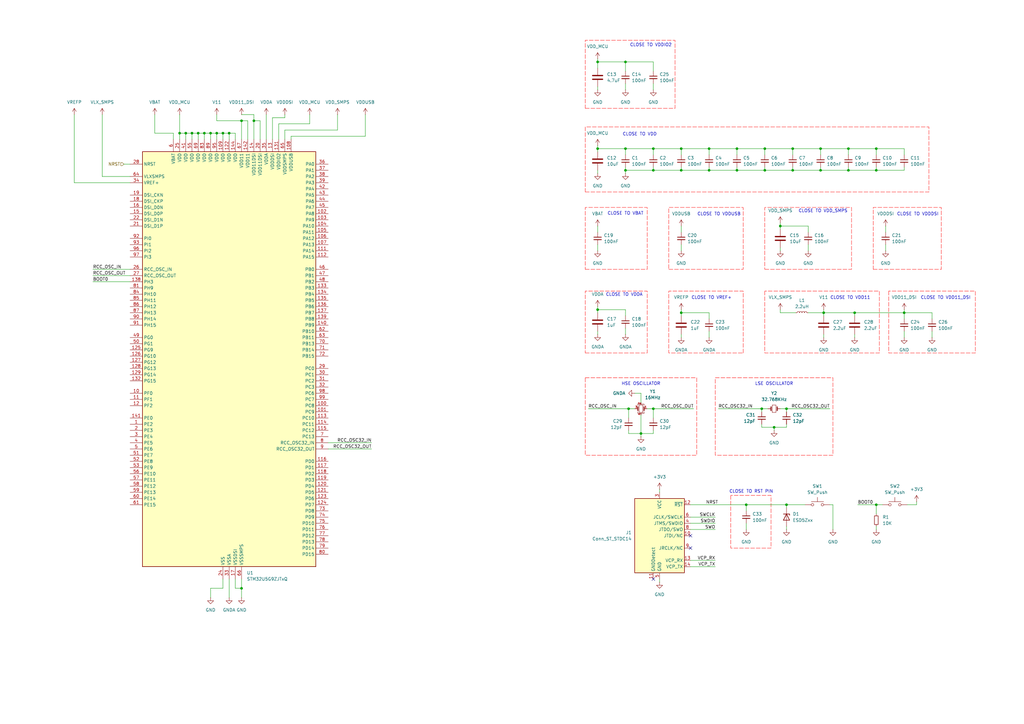
<source format=kicad_sch>
(kicad_sch (version 20250114) (generator "eeschema") (generator_version "9.0")
  (paper "A3")
  (text "HSE OSCILLATOR" (at 262.89 157.48 0) (effects (font (size 1.27 1.27))))
  (text "CLOSE TO VDD11" (at 348.742 122.174 0) (effects (font (size 1.27 1.27))))
  (text "CLOSE TO VDDDSI" (at 376.428 87.884 0) (effects (font (size 1.27 1.27))))
  (text "CLOSE TO VDDUSB" (at 294.894 87.884 0) (effects (font (size 1.27 1.27))))
  (text "CLOSE TO VDD11_DSI" (at 387.858 122.174 0) (effects (font (size 1.27 1.27))))
  (text "LSE OSCILLATOR" (at 317.5 157.48 0) (effects (font (size 1.27 1.27))))
  (text "CLOSE TO RST PIN" (at 308.102 201.676 0) (effects (font (size 1.27 1.27))))
  (text "CLOSE TO VREF+" (at 291.846 122.174 0) (effects (font (size 1.27 1.27))))
  (text "CLOSE TO VDD" (at 262.382 55.118 0) (effects (font (size 1.27 1.27))))
  (text "CLOSE TO VDDA" (at 256.032 120.904 0) (effects (font (size 1.27 1.27))))
  (text "CLOSE TO VDDIO2" (at 266.954 18.542 0) (effects (font (size 1.27 1.27))))
  (text "CLOSE TO VBAT" (at 256.54 87.63 0) (effects (font (size 1.27 1.27))))
  (text "CLOSE TO VDD_SMPS" (at 337.566 86.614 0) (effects (font (size 1.27 1.27))))
  (junction (at 359.41 207.01))
  (junction (at 245.11 25.4))
  (junction (at 312.42 167.64))
  (junction (at 322.58 207.01))
  (junction (at 245.11 127))
  (junction (at 245.11 60.96))
  (junction (at 336.55 69.85))
  (junction (at 313.69 60.96))
  (junction (at 93.98 54.61))
  (junction (at 370.84 128.27))
  (junction (at 313.69 69.85))
  (junction (at 262.89 177.8))
  (junction (at 320.04 92.71))
  (junction (at 290.83 60.96))
  (junction (at 83.82 54.61))
  (junction (at 350.52 128.27))
  (junction (at 99.06 49.53))
  (junction (at 302.26 60.96))
  (junction (at 302.26 69.85))
  (junction (at 337.82 128.27))
  (junction (at 279.4 60.96))
  (junction (at 81.28 54.61))
  (junction (at 322.58 167.64))
  (junction (at 347.98 60.96))
  (junction (at 325.12 69.85))
  (junction (at 257.81 167.64))
  (junction (at 336.55 60.96))
  (junction (at 267.97 167.64))
  (junction (at 317.5 175.26))
  (junction (at 256.54 25.4))
  (junction (at 359.41 69.85))
  (junction (at 91.44 54.61))
  (junction (at 76.2 54.61))
  (junction (at 306.07 207.01))
  (junction (at 256.54 69.85))
  (junction (at 73.66 54.61))
  (junction (at 359.41 60.96))
  (junction (at 267.97 69.85))
  (junction (at 279.4 128.27))
  (junction (at 86.36 54.61))
  (junction (at 88.9 54.61))
  (junction (at 347.98 69.85))
  (junction (at 78.74 54.61))
  (junction (at 290.83 69.85))
  (junction (at 325.12 60.96))
  (junction (at 256.54 60.96))
  (junction (at 267.97 60.96))
  (junction (at 104.14 49.53))
  (junction (at 99.06 241.3))
  (junction (at 279.4 69.85))
  (no_connect (at 283.21 219.71))
  (no_connect (at 283.21 224.79))
  (no_connect (at 267.97 237.49))
  (wire (pts (xy 283.21 229.87) (xy 293.37 229.87)))
  (wire (pts (xy 294.64 167.64) (xy 312.42 167.64)))
  (wire (pts (xy 347.98 68.58) (xy 347.98 69.85)))
  (wire (pts (xy 267.97 177.8) (xy 262.89 177.8)))
  (wire (pts (xy 257.81 177.8) (xy 262.89 177.8)))
  (wire (pts (xy 257.81 167.64) (xy 257.81 171.45)))
  (wire (pts (xy 302.26 60.96) (xy 313.69 60.96)))
  (wire (pts (xy 260.35 161.29) (xy 262.89 161.29)))
  (wire (pts (xy 138.43 53.34) (xy 116.84 53.34)))
  (wire (pts (xy 76.2 54.61) (xy 73.66 54.61)))
  (wire (pts (xy 245.11 100.33) (xy 245.11 102.87)))
  (wire (pts (xy 256.54 127) (xy 256.54 129.54)))
  (wire (pts (xy 306.07 214.63) (xy 306.07 217.17)))
  (wire (pts (xy 245.11 137.16) (xy 245.11 135.89)))
  (wire (pts (xy 306.07 207.01) (xy 322.58 207.01)))
  (wire (pts (xy 320.04 128.27) (xy 326.39 128.27)))
  (wire (pts (xy 283.21 217.17) (xy 293.37 217.17)))
  (wire (pts (xy 312.42 173.99) (xy 312.42 175.26)))
  (wire (pts (xy 372.11 207.01) (xy 375.92 207.01)))
  (wire (pts (xy 256.54 60.96) (xy 267.97 60.96)))
  (wire (pts (xy 302.26 68.58) (xy 302.26 69.85)))
  (wire (pts (xy 322.58 168.91) (xy 322.58 167.64)))
  (wire (pts (xy 290.83 128.27) (xy 290.83 130.81)))
  (wire (pts (xy 127 50.8) (xy 114.3 50.8)))
  (wire (pts (xy 78.74 54.61) (xy 78.74 57.15)))
  (wire (pts (xy 279.4 127) (xy 279.4 128.27)))
  (wire (pts (xy 359.41 60.96) (xy 370.84 60.96)))
  (wire (pts (xy 313.69 60.96) (xy 325.12 60.96)))
  (wire (pts (xy 290.83 60.96) (xy 302.26 60.96)))
  (wire (pts (xy 256.54 69.85) (xy 267.97 69.85)))
  (wire (pts (xy 312.42 175.26) (xy 317.5 175.26)))
  (wire (pts (xy 320.04 92.71) (xy 331.47 92.71)))
  (wire (pts (xy 245.11 60.96) (xy 245.11 62.23)))
  (wire (pts (xy 375.92 207.01) (xy 375.92 205.74)))
  (wire (pts (xy 283.21 207.01) (xy 306.07 207.01)))
  (wire (pts (xy 38.1 113.03) (xy 53.34 113.03)))
  (wire (pts (xy 320.04 92.71) (xy 320.04 93.98)))
  (wire (pts (xy 86.36 54.61) (xy 86.36 57.15)))
  (wire (pts (xy 370.84 135.89) (xy 370.84 138.43)))
  (wire (pts (xy 38.1 115.57) (xy 53.34 115.57)))
  (wire (pts (xy 347.98 60.96) (xy 359.41 60.96)))
  (wire (pts (xy 241.3 167.64) (xy 257.81 167.64)))
  (wire (pts (xy 88.9 49.53) (xy 99.06 49.53)))
  (wire (pts (xy 312.42 168.91) (xy 312.42 167.64)))
  (wire (pts (xy 322.58 175.26) (xy 317.5 175.26)))
  (wire (pts (xy 359.41 60.96) (xy 359.41 63.5)))
  (wire (pts (xy 96.52 237.49) (xy 96.52 241.3)))
  (wire (pts (xy 279.4 128.27) (xy 279.4 129.54)))
  (wire (pts (xy 104.14 49.53) (xy 106.68 49.53)))
  (wire (pts (xy 337.82 128.27) (xy 337.82 129.54)))
  (wire (pts (xy 279.4 69.85) (xy 290.83 69.85)))
  (wire (pts (xy 96.52 241.3) (xy 99.06 241.3)))
  (wire (pts (xy 279.4 138.43) (xy 279.4 137.16)))
  (wire (pts (xy 313.69 69.85) (xy 325.12 69.85)))
  (wire (pts (xy 101.6 49.53) (xy 99.06 49.53)))
  (wire (pts (xy 88.9 46.99) (xy 88.9 49.53)))
  (wire (pts (xy 245.11 24.13) (xy 245.11 25.4)))
  (wire (pts (xy 99.06 237.49) (xy 99.06 241.3)))
  (wire (pts (xy 81.28 54.61) (xy 81.28 57.15)))
  (wire (pts (xy 256.54 69.85) (xy 256.54 68.58)))
  (wire (pts (xy 245.11 25.4) (xy 256.54 25.4)))
  (wire (pts (xy 91.44 54.61) (xy 88.9 54.61)))
  (wire (pts (xy 256.54 71.12) (xy 256.54 69.85)))
  (wire (pts (xy 93.98 54.61) (xy 91.44 54.61)))
  (wire (pts (xy 370.84 68.58) (xy 370.84 69.85)))
  (wire (pts (xy 320.04 91.44) (xy 320.04 92.71)))
  (wire (pts (xy 83.82 54.61) (xy 83.82 57.15)))
  (wire (pts (xy 279.4 128.27) (xy 290.83 128.27)))
  (wire (pts (xy 325.12 60.96) (xy 336.55 60.96)))
  (wire (pts (xy 350.52 138.43) (xy 350.52 137.16)))
  (wire (pts (xy 245.11 36.83) (xy 245.11 35.56)))
  (wire (pts (xy 350.52 129.54) (xy 350.52 128.27)))
  (wire (pts (xy 111.76 48.26) (xy 111.76 57.15)))
  (wire (pts (xy 245.11 25.4) (xy 245.11 27.94)))
  (wire (pts (xy 370.84 128.27) (xy 382.27 128.27)))
  (wire (pts (xy 279.4 92.71) (xy 279.4 95.25)))
  (wire (pts (xy 370.84 60.96) (xy 370.84 63.5)))
  (wire (pts (xy 91.44 241.3) (xy 91.44 237.49)))
  (wire (pts (xy 336.55 69.85) (xy 347.98 69.85)))
  (wire (pts (xy 370.84 128.27) (xy 370.84 130.81)))
  (wire (pts (xy 50.8 67.31) (xy 53.34 67.31)))
  (wire (pts (xy 119.38 57.15) (xy 119.38 55.88)))
  (wire (pts (xy 152.4 181.61) (xy 134.62 181.61)))
  (wire (pts (xy 290.83 135.89) (xy 290.83 138.43)))
  (wire (pts (xy 93.98 54.61) (xy 93.98 57.15)))
  (wire (pts (xy 370.84 127) (xy 370.84 128.27)))
  (wire (pts (xy 73.66 46.99) (xy 73.66 54.61)))
  (wire (pts (xy 99.06 46.99) (xy 104.14 46.99)))
  (wire (pts (xy 279.4 60.96) (xy 279.4 63.5)))
  (wire (pts (xy 104.14 49.53) (xy 104.14 57.15)))
  (wire (pts (xy 83.82 54.61) (xy 81.28 54.61)))
  (wire (pts (xy 336.55 68.58) (xy 336.55 69.85)))
  (wire (pts (xy 359.41 69.85) (xy 370.84 69.85)))
  (wire (pts (xy 116.84 53.34) (xy 116.84 57.15)))
  (wire (pts (xy 109.22 46.99) (xy 109.22 57.15)))
  (wire (pts (xy 325.12 69.85) (xy 336.55 69.85)))
  (wire (pts (xy 76.2 54.61) (xy 76.2 57.15)))
  (wire (pts (xy 267.97 176.53) (xy 267.97 177.8)))
  (wire (pts (xy 114.3 50.8) (xy 114.3 57.15)))
  (wire (pts (xy 267.97 60.96) (xy 267.97 63.5)))
  (wire (pts (xy 30.48 74.93) (xy 53.34 74.93)))
  (wire (pts (xy 359.41 207.01) (xy 361.95 207.01)))
  (wire (pts (xy 340.36 167.64) (xy 322.58 167.64)))
  (wire (pts (xy 313.69 60.96) (xy 313.69 63.5)))
  (wire (pts (xy 279.4 100.33) (xy 279.4 102.87)))
  (wire (pts (xy 322.58 217.17) (xy 322.58 215.9)))
  (wire (pts (xy 322.58 173.99) (xy 322.58 175.26)))
  (wire (pts (xy 350.52 128.27) (xy 337.82 128.27)))
  (wire (pts (xy 63.5 54.61) (xy 71.12 54.61)))
  (wire (pts (xy 101.6 49.53) (xy 101.6 57.15)))
  (wire (pts (xy 267.97 34.29) (xy 267.97 36.83)))
  (wire (pts (xy 283.21 212.09) (xy 293.37 212.09)))
  (wire (pts (xy 30.48 46.99) (xy 30.48 74.93)))
  (wire (pts (xy 38.1 110.49) (xy 53.34 110.49)))
  (wire (pts (xy 81.28 54.61) (xy 78.74 54.61)))
  (wire (pts (xy 265.43 167.64) (xy 267.97 167.64)))
  (wire (pts (xy 267.97 25.4) (xy 267.97 29.21)))
  (wire (pts (xy 262.89 161.29) (xy 262.89 165.1)))
  (wire (pts (xy 322.58 167.64) (xy 320.04 167.64)))
  (wire (pts (xy 359.41 207.01) (xy 359.41 210.82)))
  (wire (pts (xy 382.27 135.89) (xy 382.27 138.43)))
  (wire (pts (xy 86.36 54.61) (xy 83.82 54.61)))
  (wire (pts (xy 245.11 125.73) (xy 245.11 127)))
  (wire (pts (xy 331.47 128.27) (xy 337.82 128.27)))
  (wire (pts (xy 96.52 57.15) (xy 96.52 54.61)))
  (wire (pts (xy 325.12 68.58) (xy 325.12 69.85)))
  (wire (pts (xy 245.11 92.71) (xy 245.11 95.25)))
  (wire (pts (xy 363.22 100.33) (xy 363.22 102.87)))
  (wire (pts (xy 313.69 68.58) (xy 313.69 69.85)))
  (wire (pts (xy 78.74 54.61) (xy 76.2 54.61)))
  (wire (pts (xy 257.81 176.53) (xy 257.81 177.8)))
  (wire (pts (xy 341.63 207.01) (xy 341.63 217.17)))
  (wire (pts (xy 262.89 170.18) (xy 262.89 177.8)))
  (wire (pts (xy 41.91 46.99) (xy 41.91 72.39)))
  (wire (pts (xy 312.42 167.64) (xy 314.96 167.64)))
  (wire (pts (xy 347.98 60.96) (xy 347.98 63.5)))
  (wire (pts (xy 283.21 214.63) (xy 293.37 214.63)))
  (wire (pts (xy 256.54 34.29) (xy 256.54 36.83)))
  (wire (pts (xy 152.4 184.15) (xy 134.62 184.15)))
  (wire (pts (xy 119.38 55.88) (xy 149.86 55.88)))
  (wire (pts (xy 262.89 177.8) (xy 262.89 179.07)))
  (wire (pts (xy 245.11 127) (xy 256.54 127)))
  (wire (pts (xy 267.97 167.64) (xy 284.48 167.64)))
  (wire (pts (xy 245.11 60.96) (xy 256.54 60.96)))
  (wire (pts (xy 290.83 60.96) (xy 290.83 63.5)))
  (wire (pts (xy 256.54 60.96) (xy 256.54 63.5)))
  (wire (pts (xy 267.97 60.96) (xy 279.4 60.96)))
  (wire (pts (xy 245.11 71.12) (xy 245.11 69.85)))
  (wire (pts (xy 359.41 68.58) (xy 359.41 69.85)))
  (wire (pts (xy 322.58 207.01) (xy 330.2 207.01)))
  (wire (pts (xy 267.97 68.58) (xy 267.97 69.85)))
  (wire (pts (xy 245.11 127) (xy 245.11 128.27)))
  (wire (pts (xy 106.68 49.53) (xy 106.68 57.15)))
  (wire (pts (xy 267.97 69.85) (xy 279.4 69.85)))
  (wire (pts (xy 256.54 25.4) (xy 256.54 29.21)))
  (wire (pts (xy 96.52 54.61) (xy 93.98 54.61)))
  (wire (pts (xy 290.83 68.58) (xy 290.83 69.85)))
  (wire (pts (xy 257.81 167.64) (xy 260.35 167.64)))
  (wire (pts (xy 99.06 241.3) (xy 99.06 245.11)))
  (wire (pts (xy 86.36 241.3) (xy 86.36 245.11)))
  (wire (pts (xy 337.82 128.27) (xy 337.82 127)))
  (wire (pts (xy 267.97 167.64) (xy 267.97 171.45)))
  (wire (pts (xy 279.4 68.58) (xy 279.4 69.85)))
  (wire (pts (xy 138.43 53.34) (xy 138.43 46.99)))
  (wire (pts (xy 322.58 207.01) (xy 322.58 208.28)))
  (wire (pts (xy 86.36 241.3) (xy 91.44 241.3)))
  (wire (pts (xy 337.82 138.43) (xy 337.82 137.16)))
  (wire (pts (xy 88.9 54.61) (xy 86.36 54.61)))
  (wire (pts (xy 302.26 60.96) (xy 302.26 63.5)))
  (wire (pts (xy 317.5 175.26) (xy 317.5 176.53)))
  (wire (pts (xy 336.55 60.96) (xy 336.55 63.5)))
  (wire (pts (xy 331.47 100.33) (xy 331.47 102.87)))
  (wire (pts (xy 93.98 237.49) (xy 93.98 245.11)))
  (wire (pts (xy 71.12 54.61) (xy 71.12 57.15)))
  (wire (pts (xy 88.9 54.61) (xy 88.9 57.15)))
  (wire (pts (xy 336.55 60.96) (xy 347.98 60.96)))
  (wire (pts (xy 73.66 54.61) (xy 73.66 57.15)))
  (wire (pts (xy 116.84 48.26) (xy 116.84 46.99)))
  (wire (pts (xy 325.12 60.96) (xy 325.12 63.5)))
  (wire (pts (xy 359.41 215.9) (xy 359.41 217.17)))
  (wire (pts (xy 91.44 54.61) (xy 91.44 57.15)))
  (wire (pts (xy 63.5 46.99) (xy 63.5 54.61)))
  (wire (pts (xy 302.26 69.85) (xy 313.69 69.85)))
  (wire (pts (xy 41.91 72.39) (xy 53.34 72.39)))
  (wire (pts (xy 350.52 128.27) (xy 370.84 128.27)))
  (wire (pts (xy 256.54 25.4) (xy 267.97 25.4)))
  (wire (pts (xy 347.98 69.85) (xy 359.41 69.85)))
  (wire (pts (xy 283.21 232.41) (xy 293.37 232.41)))
  (wire (pts (xy 340.36 207.01) (xy 341.63 207.01)))
  (wire (pts (xy 127 46.99) (xy 127 50.8)))
  (wire (pts (xy 331.47 92.71) (xy 331.47 95.25)))
  (wire (pts (xy 320.04 127) (xy 320.04 128.27)))
  (wire (pts (xy 256.54 134.62) (xy 256.54 137.16)))
  (wire (pts (xy 245.11 59.69) (xy 245.11 60.96)))
  (wire (pts (xy 104.14 46.99) (xy 104.14 49.53)))
  (wire (pts (xy 116.84 48.26) (xy 111.76 48.26)))
  (wire (pts (xy 99.06 49.53) (xy 99.06 57.15)))
  (wire (pts (xy 270.51 238.76) (xy 270.51 237.49)))
  (wire (pts (xy 290.83 69.85) (xy 302.26 69.85)))
  (wire (pts (xy 351.79 207.01) (xy 359.41 207.01)))
  (wire (pts (xy 270.51 200.66) (xy 270.51 201.93)))
  (wire (pts (xy 149.86 55.88) (xy 149.86 46.99)))
  (wire (pts (xy 320.04 102.87) (xy 320.04 101.6)))
  (wire (pts (xy 363.22 92.71) (xy 363.22 95.25)))
  (wire (pts (xy 279.4 60.96) (xy 290.83 60.96)))
  (wire (pts (xy 306.07 207.01) (xy 306.07 209.55)))
  (wire (pts (xy 382.27 128.27) (xy 382.27 130.81)))
  (label "RCC_OSC32_OUT" (at 340.36 167.64 180))
  (label "RCC_OSC_OUT" (at 284.48 167.64 180))
  (label "SWDIO" (at 293.37 214.63 180))
  (label "BOOT0" (at 38.1 115.57 0))
  (label "RCC_OSC_IN" (at 241.3 167.64 0))
  (label "VCP_TX" (at 293.37 232.41 180))
  (label "RCC_OSC_OUT" (at 38.1 113.03 0))
  (label "SWCLK" (at 293.37 212.09 180))
  (label "RCC_OSC32_IN" (at 294.64 167.64 0))
  (label "NRST" (at 289.56 207.01 0))
  (label "SWO" (at 293.37 217.17 180))
  (label "BOOT0" (at 351.79 207.01 0))
  (label "VCP_RX" (at 293.37 229.87 180))
  (label "RCC_OSC32_OUT" (at 152.4 184.15 180))
  (label "RCC_OSC32_IN" (at 152.4 181.61 180))
  (label "RCC_OSC_IN" (at 38.1 110.49 0))
  (hierarchical_label "NRST" (shape input) (at 50.8 67.31 180))
  (rule_area (polyline (pts (xy 358.14 110.49) (xy 386.08 110.49) (xy 386.08 85.09) (xy 358.14 85.09)) (stroke (width 0) (type dash))))
  (rule_area (polyline (pts (xy 240.03 144.78) (xy 265.43 144.78) (xy 265.43 119.38) (xy 240.03 119.38)) (stroke (width 0) (type dash))))
  (rule_area (polyline (pts (xy 304.8 144.78) (xy 304.8 119.38) (xy 274.32 119.38) (xy 274.32 144.78)) (stroke (width 0) (type dash))))
  (rule_area (polyline (pts (xy 274.32 110.49) (xy 304.8 110.49) (xy 304.8 85.09) (xy 274.32 85.09)) (stroke (width 0) (type dash))))
  (rule_area (polyline (pts (xy 299.72 203.2) (xy 299.72 224.79) (xy 316.23 224.79) (xy 316.23 203.2)) (stroke (width 0) (type dash))))
  (rule_area (polyline (pts (xy 293.37 154.94) (xy 341.63 154.94) (xy 341.63 186.69) (xy 293.37 186.69)) (stroke (width 0) (type dash))))
  (rule_area (polyline (pts (xy 240.03 110.49) (xy 265.43 110.49) (xy 265.43 85.09) (xy 240.03 85.09)) (stroke (width 0) (type dash))))
  (rule_area (polyline (pts (xy 240.03 78.74) (xy 381 78.74) (xy 381 52.07) (xy 240.03 52.07)) (stroke (width 0) (type dash))))
  (rule_area (polyline (pts (xy 240.03 154.94) (xy 285.75 154.94) (xy 285.75 186.69) (xy 240.03 186.69)) (stroke (width 0) (type dash))))
  (rule_area (polyline (pts (xy 313.69 119.38) (xy 313.69 144.78) (xy 360.68 144.78) (xy 360.68 119.38)) (stroke (width 0) (type dash))))
  (rule_area (polyline (pts (xy 240.03 44.45) (xy 276.86 44.45) (xy 276.86 16.51) (xy 240.03 16.51)) (stroke (width 0) (type dash))))
  (rule_area (polyline (pts (xy 313.69 110.49) (xy 349.25 110.49) (xy 349.25 85.09) (xy 313.69 85.09)) (stroke (width 0) (type dash))))
  (rule_area (polyline (pts (xy 364.49 119.38) (xy 364.49 144.78) (xy 400.05 144.78) (xy 400.05 119.38)) (stroke (width 0) (type dash))))
  (symbol (lib_id "power:VDD") (at 41.91 46.99 0) (unit 1)
    (property "Reference" "#PWR029" (effects (hide yes)))
    (property "Value" "VLX_SMPS" (at 41.91 41.91 0))
    (property "Description" "Power symbol creates a global label with name \"VDD\"" (effects (hide yes)))
  )
  (symbol (lib_id "power:GNDA") (at 290.83 138.43 0) (unit 1)
    (property "Reference" "#PWR031" (effects (hide yes)))
    (property "Value" "GNDA" (at 290.83 143.51 0))
    (property "Description" "Power symbol creates a global label with name \"GNDA\" , analog ground" (effects (hide yes)))
  )
  (symbol (lib_id "power:VDD") (at 99.06 46.99 0) (unit 1)
    (property "Reference" "#PWR035" (effects (hide yes)))
    (property "Value" "VDD11_DSI" (at 99.06 41.91 0))
    (property "Description" "Power symbol creates a global label with name \"VDD\"" (effects (hide yes)))
  )
  (symbol (lib_id "Device:C_Small") (at 257.81 173.99 0) (mirror y) (unit 1)
    (property "Reference" "C29" (at 255.27 172.7262 0) (effects (justify left)))
    (property "Value" "12pF" (at 255.27 175.2662 0) (effects (justify left)))
    (property "Description" "Unpolarized capacitor, small symbol" (effects (hide yes)))
  )
  (symbol (lib_id "power:VDD") (at 138.43 46.99 0) (unit 1)
    (property "Reference" "#PWR014" (effects (hide yes)))
    (property "Value" "VDD_SMPS" (at 138.43 41.91 0))
    (property "Description" "Power symbol creates a global label with name \"VDD\"" (effects (hide yes)))
  )
  (symbol (lib_id "Device:C_Small") (at 256.54 132.08 0) (unit 1)
    (property "Reference" "C18" (at 259.08 130.8162 0) (effects (justify left)))
    (property "Value" "100nF" (at 259.08 133.3562 0) (effects (justify left)))
    (property "Description" "Unpolarized capacitor, small symbol" (effects (hide yes)))
  )
  (symbol (lib_id "power:GND") (at 370.84 138.43 0) (unit 1)
    (property "Reference" "#PWR036" (effects (hide yes)))
    (property "Value" "GND" (at 370.84 143.51 0))
    (property "Description" "Power symbol creates a global label with name \"GND\" , ground" (effects (hide yes)))
  )
  (symbol (lib_id "Device:C") (at 320.04 97.79 0) (unit 1)
    (property "Reference" "C15" (at 323.85 96.5199 0) (effects (justify left)))
    (property "Value" "10uF" (at 323.85 99.0599 0) (effects (justify left)))
    (property "Description" "Unpolarized capacitor" (effects (hide yes)))
  )
  (symbol (lib_id "Device:C") (at 245.11 66.04 0) (unit 1)
    (property "Reference" "C12" (at 248.92 64.7699 0) (effects (justify left)))
    (property "Value" "10uF" (at 248.92 67.3099 0) (effects (justify left)))
    (property "Description" "Unpolarized capacitor" (effects (hide yes)))
  )
  (symbol (lib_id "Switch:SW_Push") (at 367.03 207.01 0) (unit 1)
    (property "Reference" "SW2" (at 367.03 199.39 0))
    (property "Value" "SW_Push" (at 367.03 201.93 0))
    (property "Description" "Push button switch, generic, two pins" (effects (hide yes)))
  )
  (symbol (lib_id "Device:C") (at 337.82 133.35 0) (unit 1)
    (property "Reference" "C27" (at 341.63 132.0799 0) (effects (justify left)))
    (property "Value" "2.2uF" (at 341.63 134.6199 0) (effects (justify left)))
    (property "Description" "Unpolarized capacitor" (effects (hide yes)))
  )
  (symbol (lib_id "power:GNDA") (at 245.11 137.16 0) (unit 1)
    (property "Reference" "#PWR02" (effects (hide yes)))
    (property "Value" "GNDA" (at 245.11 142.24 0))
    (property "Description" "Power symbol creates a global label with name \"GNDA\" , analog ground" (effects (hide yes)))
  )
  (symbol (lib_id "Device:L_Small") (at 328.93 128.27 90) (unit 1)
    (property "Reference" "L1" (at 328.93 123.19 90))
    (property "Value" "2.2uH" (at 328.93 125.73 90))
    (property "Description" "Inductor, small symbol" (effects (hide yes)))
  )
  (symbol (lib_id "Device:C_Small") (at 279.4 66.04 0) (unit 1)
    (property "Reference" "C3" (at 281.94 64.7762 0) (effects (justify left)))
    (property "Value" "100nF" (at 281.94 67.3162 0) (effects (justify left)))
    (property "Description" "Unpolarized capacitor, small symbol" (effects (hide yes)))
  )
  (symbol (lib_id "power:GND") (at 86.36 245.11 0) (unit 1)
    (property "Reference" "#PWR01" (effects (hide yes)))
    (property "Value" "GND" (at 86.36 250.19 0))
    (property "Description" "Power symbol creates a global label with name \"GND\" , ground" (effects (hide yes)))
  )
  (symbol (lib_id "Device:C_Small") (at 267.97 31.75 0) (unit 1)
    (property "Reference" "C25" (at 270.51 30.4862 0) (effects (justify left)))
    (property "Value" "100nF" (at 270.51 33.0262 0) (effects (justify left)))
    (property "Description" "Unpolarized capacitor, small symbol" (effects (hide yes)))
  )
  (symbol (lib_id "Device:C") (at 350.52 133.35 0) (unit 1)
    (property "Reference" "C28" (at 354.33 132.0799 0) (effects (justify left)))
    (property "Value" "2.2uF" (at 354.33 134.6199 0) (effects (justify left)))
    (property "Description" "Unpolarized capacitor" (effects (hide yes)))
  )
  (symbol (lib_id "power:VDD") (at 279.4 92.71 0) (unit 1)
    (property "Reference" "#PWR028" (effects (hide yes)))
    (property "Value" "VDDUSB" (at 279.4 87.63 0))
    (property "Description" "Power symbol creates a global label with name \"VDD\"" (effects (hide yes)))
  )
  (symbol (lib_id "power:GND") (at 256.54 36.83 0) (unit 1)
    (property "Reference" "#PWR012" (effects (hide yes)))
    (property "Value" "GND" (at 256.54 41.91 0))
    (property "Description" "Power symbol creates a global label with name \"GND\" , ground" (effects (hide yes)))
  )
  (symbol (lib_id "power:GND") (at 99.06 245.11 0) (unit 1)
    (property "Reference" "#PWR033" (effects (hide yes)))
    (property "Value" "GND" (at 99.06 250.19 0))
    (property "Description" "Power symbol creates a global label with name \"GND\" , ground" (effects (hide yes)))
  )
  (symbol (lib_id "Device:C_Small") (at 306.07 212.09 0) (unit 1)
    (property "Reference" "C33" (at 308.61 210.8262 0) (effects (justify left)))
    (property "Value" "100nF" (at 308.61 213.3662 0) (effects (justify left)))
    (property "Description" "Unpolarized capacitor, small symbol" (effects (hide yes)))
  )
  (symbol (lib_id "power:GND") (at 337.82 138.43 0) (unit 1)
    (property "Reference" "#PWR042" (effects (hide yes)))
    (property "Value" "GND" (at 337.82 143.51 0))
    (property "Description" "Power symbol creates a global label with name \"GND\" , ground" (effects (hide yes)))
  )
  (symbol (lib_id "Device:C_Small") (at 302.26 66.04 0) (unit 1)
    (property "Reference" "C5" (at 304.8 64.7762 0) (effects (justify left)))
    (property "Value" "100nF" (at 304.8 67.3162 0) (effects (justify left)))
    (property "Description" "Unpolarized capacitor, small symbol" (effects (hide yes)))
  )
  (symbol (lib_id "power:VDD") (at 337.82 127 0) (unit 1)
    (property "Reference" "#PWR041" (effects (hide yes)))
    (property "Value" "V11" (at 337.82 121.92 0))
    (property "Description" "Power symbol creates a global label with name \"VDD\"" (effects (hide yes)))
  )
  (symbol (lib_id "power:GND") (at 350.52 138.43 0) (unit 1)
    (property "Reference" "#PWR043" (effects (hide yes)))
    (property "Value" "GND" (at 350.52 143.51 0))
    (property "Description" "Power symbol creates a global label with name \"GND\" , ground" (effects (hide yes)))
  )
  (symbol (lib_id "MCU_ST_STM32U5:STM32U5G9ZJTxQ") (at 93.98 148.59 0) (unit 1)
    (property "Reference" "U1" (at 101.2033 234.95 0) (effects (justify left)))
    (property "Value" "STM32U5G9ZJTxQ" (at 101.2033 237.49 0) (effects (justify left)))
    (property "Footprint" "Package_QFP:LQFP-144_20x20mm_P0.5mm" (effects (hide yes)))
    (property "Datasheet" "https://www.st.com/resource/en/datasheet/stm32u5g9zj.pdf" (effects (hide yes)))
    (property "Description" "STMicroelectronics Arm Cortex-M33 MCU, 4096KB flash, 3026KB RAM, 101 GPIO, LQFP144" (effects (hide yes)))
    (pin "26" (alternate "RCC_OSC_IN"))
    (pin "27" (alternate "RCC_OSC_OUT"))
    (pin "8" (alternate "RCC_OSC32_IN"))
    (pin "9" (alternate "RCC_OSC32_OUT"))
  )
  (symbol (lib_id "power:GND") (at 320.04 102.87 0) (unit 1)
    (property "Reference" "#PWR018" (effects (hide yes)))
    (property "Value" "GND" (at 320.04 107.95 0))
    (property "Description" "Power symbol creates a global label with name \"GND\" , ground" (effects (hide yes)))
  )
  (symbol (lib_id "power:GND") (at 331.47 102.87 0) (unit 1)
    (property "Reference" "#PWR019" (effects (hide yes)))
    (property "Value" "GND" (at 331.47 107.95 0))
    (property "Description" "Power symbol creates a global label with name \"GND\" , ground" (effects (hide yes)))
  )
  (symbol (lib_id "Device:R_Small") (at 359.41 213.36 0) (unit 1)
    (property "Reference" "R1" (at 361.95 212.0899 0) (effects (justify left)))
    (property "Value" "10K" (at 361.95 214.6299 0) (effects (justify left)))
    (property "Description" "Resistor, small symbol" (effects (hide yes)))
  )
  (symbol (lib_id "power:GND") (at 262.89 179.07 0) (unit 1)
    (property "Reference" "#PWR044" (effects (hide yes)))
    (property "Value" "GND" (at 262.89 184.15 0))
    (property "Description" "Power symbol creates a global label with name \"GND\" , ground" (effects (hide yes)))
  )
  (symbol (lib_id "power:VDD") (at 245.11 92.71 0) (unit 1)
    (property "Reference" "#PWR030" (effects (hide yes)))
    (property "Value" "VBAT" (at 245.11 87.63 0))
    (property "Description" "Power symbol creates a global label with name \"VDD\"" (effects (hide yes)))
  )
  (symbol (lib_id "power:GND") (at 256.54 71.12 0) (unit 1)
    (property "Reference" "#PWR04" (effects (hide yes)))
    (property "Value" "GND" (at 256.54 76.2 0))
    (property "Description" "Power symbol creates a global label with name \"GND\" , ground" (effects (hide yes)))
  )
  (symbol (lib_id "Device:C") (at 245.11 31.75 0) (unit 1)
    (property "Reference" "C13" (at 248.92 30.4799 0) (effects (justify left)))
    (property "Value" "4.7uF" (at 248.92 33.0199 0) (effects (justify left)))
    (property "Description" "Unpolarized capacitor" (effects (hide yes)))
  )
  (symbol (lib_id "Device:Crystal_Small") (at 317.5 167.64 0) (unit 1)
    (property "Reference" "Y2" (at 317.5 161.29 0))
    (property "Value" "32.768KHz" (at 317.5 163.83 0))
    (property "Description" "Two pin crystal, small symbol" (effects (hide yes)))
  )
  (symbol (lib_id "Device:C_Small") (at 336.55 66.04 0) (unit 1)
    (property "Reference" "C8" (at 339.09 64.7762 0) (effects (justify left)))
    (property "Value" "100nF" (at 339.09 67.3162 0) (effects (justify left)))
    (property "Description" "Unpolarized capacitor, small symbol" (effects (hide yes)))
  )
  (symbol (lib_id "Device:C_Small") (at 382.27 133.35 0) (unit 1)
    (property "Reference" "C26" (at 384.81 132.0862 0) (effects (justify left)))
    (property "Value" "100nF" (at 384.81 134.6262 0) (effects (justify left)))
    (property "Description" "Unpolarized capacitor, small symbol" (effects (hide yes)))
  )
  (symbol (lib_id "power:GND") (at 306.07 217.17 0) (unit 1)
    (property "Reference" "#PWR047" (effects (hide yes)))
    (property "Value" "GND" (at 306.07 222.25 0))
    (property "Description" "Power symbol creates a global label with name \"GND\" , ground" (effects (hide yes)))
  )
  (symbol (lib_id "power:VDD") (at 88.9 46.99 0) (unit 1)
    (property "Reference" "#PWR026" (effects (hide yes)))
    (property "Value" "V11" (at 88.9 41.91 0))
    (property "Description" "Power symbol creates a global label with name \"VDD\"" (effects (hide yes)))
  )
  (symbol (lib_id "Device:C_Small") (at 290.83 66.04 0) (unit 1)
    (property "Reference" "C4" (at 293.37 64.7762 0) (effects (justify left)))
    (property "Value" "100nF" (at 293.37 67.3162 0) (effects (justify left)))
    (property "Description" "Unpolarized capacitor, small symbol" (effects (hide yes)))
  )
  (symbol (lib_id "power:GNDA") (at 256.54 137.16 0) (unit 1)
    (property "Reference" "#PWR03" (effects (hide yes)))
    (property "Value" "GNDA" (at 256.54 142.24 0))
    (property "Description" "Power symbol creates a global label with name \"GNDA\" , analog ground" (effects (hide yes)))
  )
  (symbol (lib_id "Device:C_Small") (at 313.69 66.04 0) (unit 1)
    (property "Reference" "C6" (at 316.23 64.7762 0) (effects (justify left)))
    (property "Value" "100nF" (at 316.23 67.3162 0) (effects (justify left)))
    (property "Description" "Unpolarized capacitor, small symbol" (effects (hide yes)))
  )
  (symbol (lib_id "power:GND") (at 322.58 217.17 0) (unit 1)
    (property "Reference" "#PWR050" (effects (hide yes)))
    (property "Value" "GND" (at 322.58 222.25 0))
    (property "Description" "Power symbol creates a global label with name \"GND\" , ground" (effects (hide yes)))
  )
  (symbol (lib_id "Device:C") (at 279.4 133.35 0) (unit 1)
    (property "Reference" "C22" (at 283.21 132.0799 0) (effects (justify left)))
    (property "Value" "1uF" (at 283.21 134.6199 0) (effects (justify left)))
    (property "Description" "Unpolarized capacitor" (effects (hide yes)))
  )
  (symbol (lib_id "power:GND") (at 341.63 217.17 0) (unit 1)
    (property "Reference" "#PWR051" (effects (hide yes)))
    (property "Value" "GND" (at 341.63 222.25 0))
    (property "Description" "Power symbol creates a global label with name \"GND\" , ground" (effects (hide yes)))
  )
  (symbol (lib_id "Device:C_Small") (at 347.98 66.04 0) (unit 1)
    (property "Reference" "C9" (at 350.52 64.7762 0) (effects (justify left)))
    (property "Value" "100nF" (at 350.52 67.3162 0) (effects (justify left)))
    (property "Description" "Unpolarized capacitor, small symbol" (effects (hide yes)))
  )
  (symbol (lib_id "power:GND") (at 245.11 71.12 0) (unit 1)
    (property "Reference" "#PWR06" (effects (hide yes)))
    (property "Value" "GND" (at 245.11 76.2 0))
    (property "Description" "Power symbol creates a global label with name \"GND\" , ground" (effects (hide yes)))
  )
  (symbol (lib_id "power:+3V3") (at 270.51 200.66 0) (unit 1)
    (property "Reference" "#PWR048" (effects (hide yes)))
    (property "Value" "+3V3" (at 270.51 195.58 0))
    (property "Description" "Power symbol creates a global label with name \"+3V3\"" (effects (hide yes)))
  )
  (symbol (lib_id "Device:C_Small") (at 256.54 66.04 0) (unit 1)
    (property "Reference" "C1" (at 259.08 64.7762 0) (effects (justify left)))
    (property "Value" "100nF" (at 259.08 67.3162 0) (effects (justify left)))
    (property "Description" "Unpolarized capacitor, small symbol" (effects (hide yes)))
  )
  (symbol (lib_id "power:GND") (at 363.22 102.87 0) (unit 1)
    (property "Reference" "#PWR032" (effects (hide yes)))
    (property "Value" "GND" (at 363.22 107.95 0))
    (property "Description" "Power symbol creates a global label with name \"GND\" , ground" (effects (hide yes)))
  )
  (symbol (lib_id "power:VDD") (at 363.22 92.71 0) (unit 1)
    (property "Reference" "#PWR017" (effects (hide yes)))
    (property "Value" "VDDDSI" (at 363.22 87.63 0))
    (property "Description" "Power symbol creates a global label with name \"VDD\"" (effects (hide yes)))
  )
  (symbol (lib_id "power:VDD") (at 63.5 46.99 0) (unit 1)
    (property "Reference" "#PWR025" (effects (hide yes)))
    (property "Value" "VBAT" (at 63.5 41.91 0))
    (property "Description" "Power symbol creates a global label with name \"VDD\"" (effects (hide yes)))
  )
  (symbol (lib_id "power:VDD") (at 370.84 127 0) (unit 1)
    (property "Reference" "#PWR037" (effects (hide yes)))
    (property "Value" "VDD11_DSI" (at 370.84 121.92 0))
    (property "Description" "Power symbol creates a global label with name \"VDD\"" (effects (hide yes)))
  )
  (symbol (lib_id "power:VDD") (at 149.86 46.99 0) (unit 1)
    (property "Reference" "#PWR024" (effects (hide yes)))
    (property "Value" "VDDUSB" (at 149.86 41.91 0))
    (property "Description" "Power symbol creates a global label with name \"VDD\"" (effects (hide yes)))
  )
  (symbol (lib_id "power:GND") (at 245.11 102.87 0) (unit 1)
    (property "Reference" "#PWR022" (effects (hide yes)))
    (property "Value" "GND" (at 245.11 107.95 0))
    (property "Description" "Power symbol creates a global label with name \"GND\" , ground" (effects (hide yes)))
  )
  (symbol (lib_id "Connector:Conn_ST_STDC14") (at 270.51 219.71 0) (unit 1)
    (property "Reference" "J1" (at 259.08 218.4399 0) (effects (justify right)))
    (property "Value" "Conn_ST_STDC14" (at 259.08 220.9799 0) (effects (justify right)))
    (property "Datasheet" "https://www.st.com/content/ccc/resource/technical/document/user_manual/group1/99/49/91/b6/b2/3a/46/e5/DM00526767/files/DM00526767.pdf/jcr:content/translations/en.DM00526767.pdf" (effects (hide yes)))
    (property "Description" "ST Debug Connector, standard ARM Cortex-M SWD and JTAG interface plus UART" (effects (hide yes)))
  )
  (symbol (lib_id "Device:C_Small") (at 245.11 97.79 0) (unit 1)
    (property "Reference" "C19" (at 247.65 96.5262 0) (effects (justify left)))
    (property "Value" "100nF" (at 247.65 99.0662 0) (effects (justify left)))
    (property "Description" "Unpolarized capacitor, small symbol" (effects (hide yes)))
  )
  (symbol (lib_id "Device:C_Small") (at 322.58 171.45 0) (unit 1)
    (property "Reference" "C32" (at 325.12 170.1862 0) (effects (justify left)))
    (property "Value" "12pF" (at 325.12 172.7262 0) (effects (justify left)))
    (property "Description" "Unpolarized capacitor, small symbol" (effects (hide yes)))
  )
  (symbol (lib_id "power:VDD") (at 30.48 46.99 0) (unit 1)
    (property "Reference" "#PWR016" (effects (hide yes)))
    (property "Value" "VREFP" (at 30.48 41.91 0))
    (property "Description" "Power symbol creates a global label with name \"VDD\"" (effects (hide yes)))
  )
  (symbol (lib_id "power:VDD") (at 245.11 125.73 0) (unit 1)
    (property "Reference" "#PWR034" (effects (hide yes)))
    (property "Value" "VDDA" (at 245.11 120.65 0))
    (property "Description" "Power symbol creates a global label with name \"VDD\"" (effects (hide yes)))
  )
  (symbol (lib_id "Device:C_Small") (at 370.84 133.35 0) (unit 1)
    (property "Reference" "C24" (at 373.38 132.0862 0) (effects (justify left)))
    (property "Value" "100nF" (at 373.38 134.6262 0) (effects (justify left)))
    (property "Description" "Unpolarized capacitor, small symbol" (effects (hide yes)))
  )
  (symbol (lib_id "Device:C_Small") (at 267.97 173.99 0) (unit 1)
    (property "Reference" "C30" (at 270.51 172.7262 0) (effects (justify left)))
    (property "Value" "12pF" (at 270.51 175.2662 0) (effects (justify left)))
    (property "Description" "Unpolarized capacitor, small symbol" (effects (hide yes)))
  )
  (symbol (lib_id "power:GND") (at 382.27 138.43 0) (unit 1)
    (property "Reference" "#PWR039" (effects (hide yes)))
    (property "Value" "GND" (at 382.27 143.51 0))
    (property "Description" "Power symbol creates a global label with name \"GND\" , ground" (effects (hide yes)))
  )
  (symbol (lib_id "power:GND") (at 317.5 176.53 0) (unit 1)
    (property "Reference" "#PWR046" (effects (hide yes)))
    (property "Value" "GND" (at 317.5 181.61 0))
    (property "Description" "Power symbol creates a global label with name \"GND\" , ground" (effects (hide yes)))
  )
  (symbol (lib_id "Diode:ESD5Zxx") (at 322.58 212.09 270) (unit 1)
    (property "Reference" "D1" (at 325.12 210.8199 90) (effects (justify left)))
    (property "Value" "ESD5Zxx" (at 325.12 213.3599 90) (effects (justify left)))
    (property "Footprint" "Diode_SMD:D_SOD-523" (effects (hide yes)))
    (property "Datasheet" "https://www.onsemi.com/pdf/datasheet/esd5z2.5t1-d.pdf" (effects (hide yes)))
    (property "Description" "ESD Protection Diode, SOD-523" (effects (hide yes)))
  )
  (symbol (lib_id "power:VDD") (at 320.04 127 0) (unit 1)
    (property "Reference" "#PWR040" (effects (hide yes)))
    (property "Value" "VLX_SMPS" (at 320.04 121.92 0))
    (property "Description" "Power symbol creates a global label with name \"VDD\"" (effects (hide yes)))
  )
  (symbol (lib_id "power:GND") (at 359.41 217.17 0) (unit 1)
    (property "Reference" "#PWR052" (effects (hide yes)))
    (property "Value" "GND" (at 359.41 222.25 0))
    (property "Description" "Power symbol creates a global label with name \"GND\" , ground" (effects (hide yes)))
  )
  (symbol (lib_id "power:VDD") (at 279.4 127 0) (unit 1)
    (property "Reference" "#PWR023" (effects (hide yes)))
    (property "Value" "VREFP" (at 279.4 121.92 0))
    (property "Description" "Power symbol creates a global label with name \"VDD\"" (effects (hide yes)))
  )
  (symbol (lib_id "power:VDD") (at 245.11 24.13 0) (unit 1)
    (property "Reference" "#PWR011" (effects (hide yes)))
    (property "Value" "VDD_MCU" (at 245.11 19.05 0))
    (property "Description" "Power symbol creates a global label with name \"VDD\"" (effects (hide yes)))
  )
  (symbol (lib_id "Device:C_Small") (at 290.83 133.35 0) (unit 1)
    (property "Reference" "C23" (at 293.37 132.0862 0) (effects (justify left)))
    (property "Value" "100nF" (at 293.37 134.6262 0) (effects (justify left)))
    (property "Description" "Unpolarized capacitor, small symbol" (effects (hide yes)))
  )
  (symbol (lib_id "power:GNDA") (at 260.35 161.29 270) (unit 1)
    (property "Reference" "#PWR045" (effects (hide yes)))
    (property "Value" "GNDA" (at 256.54 161.2899 90) (effects (justify right)))
    (property "Description" "Power symbol creates a global label with name \"GNDA\" , analog ground" (effects (hide yes)))
  )
  (symbol (lib_id "Device:C_Small") (at 256.54 31.75 0) (unit 1)
    (property "Reference" "C14" (at 259.08 30.4862 0) (effects (justify left)))
    (property "Value" "100nF" (at 259.08 33.0262 0) (effects (justify left)))
    (property "Description" "Unpolarized capacitor, small symbol" (effects (hide yes)))
  )
  (symbol (lib_id "Device:C_Small") (at 331.47 97.79 0) (unit 1)
    (property "Reference" "C16" (at 334.01 96.5262 0) (effects (justify left)))
    (property "Value" "100nF" (at 334.01 99.0662 0) (effects (justify left)))
    (property "Description" "Unpolarized capacitor, small symbol" (effects (hide yes)))
  )
  (symbol (lib_id "power:GNDA") (at 279.4 138.43 0) (unit 1)
    (property "Reference" "#PWR05" (effects (hide yes)))
    (property "Value" "GNDA" (at 279.4 143.51 0))
    (property "Description" "Power symbol creates a global label with name \"GNDA\" , analog ground" (effects (hide yes)))
  )
  (symbol (lib_id "power:VDD") (at 245.11 59.69 0) (unit 1)
    (property "Reference" "#PWR09" (effects (hide yes)))
    (property "Value" "VDD_MCU" (at 245.11 54.61 0))
    (property "Description" "Power symbol creates a global label with name \"VDD\"" (effects (hide yes)))
  )
  (symbol (lib_id "power:GND") (at 267.97 36.83 0) (unit 1)
    (property "Reference" "#PWR038" (effects (hide yes)))
    (property "Value" "GND" (at 267.97 41.91 0))
    (property "Description" "Power symbol creates a global label with name \"GND\" , ground" (effects (hide yes)))
  )
  (symbol (lib_id "power:GND") (at 245.11 36.83 0) (unit 1)
    (property "Reference" "#PWR010" (effects (hide yes)))
    (property "Value" "GND" (at 245.11 41.91 0))
    (property "Description" "Power symbol creates a global label with name \"GND\" , ground" (effects (hide yes)))
  )
  (symbol (lib_id "power:+3V3") (at 375.92 205.74 0) (unit 1)
    (property "Reference" "#PWR053" (effects (hide yes)))
    (property "Value" "+3V3" (at 375.92 200.66 0))
    (property "Description" "Power symbol creates a global label with name \"+3V3\"" (effects (hide yes)))
  )
  (symbol (lib_id "Device:C_Small") (at 267.97 66.04 0) (unit 1)
    (property "Reference" "C2" (at 270.51 64.7762 0) (effects (justify left)))
    (property "Value" "100nF" (at 270.51 67.3162 0) (effects (justify left)))
    (property "Description" "Unpolarized capacitor, small symbol" (effects (hide yes)))
  )
  (symbol (lib_id "Device:C_Small") (at 359.41 66.04 0) (unit 1)
    (property "Reference" "C10" (at 361.95 64.7762 0) (effects (justify left)))
    (property "Value" "100nF" (at 361.95 67.3162 0) (effects (justify left)))
    (property "Description" "Unpolarized capacitor, small symbol" (effects (hide yes)))
  )
  (symbol (lib_id "Device:C_Small") (at 325.12 66.04 0) (unit 1)
    (property "Reference" "C7" (at 327.66 64.7762 0) (effects (justify left)))
    (property "Value" "100nF" (at 327.66 67.3162 0) (effects (justify left)))
    (property "Description" "Unpolarized capacitor, small symbol" (effects (hide yes)))
  )
  (symbol (lib_id "Device:C_Small") (at 363.22 97.79 0) (unit 1)
    (property "Reference" "C21" (at 365.76 96.5262 0) (effects (justify left)))
    (property "Value" "100nF" (at 365.76 99.0662 0) (effects (justify left)))
    (property "Description" "Unpolarized capacitor, small symbol" (effects (hide yes)))
  )
  (symbol (lib_id "power:VDD") (at 116.84 46.99 0) (unit 1)
    (property "Reference" "#PWR015" (effects (hide yes)))
    (property "Value" "VDDDSI" (at 116.84 41.91 0))
    (property "Description" "Power symbol creates a global label with name \"VDD\"" (effects (hide yes)))
  )
  (symbol (lib_id "power:GNDA") (at 93.98 245.11 0) (unit 1)
    (property "Reference" "#PWR020" (effects (hide yes)))
    (property "Value" "GNDA" (at 93.98 250.19 0))
    (property "Description" "Power symbol creates a global label with name \"GNDA\" , analog ground" (effects (hide yes)))
  )
  (symbol (lib_id "power:VDD") (at 320.04 91.44 0) (unit 1)
    (property "Reference" "#PWR021" (effects (hide yes)))
    (property "Value" "VDD_SMPS" (at 320.04 86.36 0))
    (property "Description" "Power symbol creates a global label with name \"VDD\"" (effects (hide yes)))
  )
  (symbol (lib_id "Device:Crystal_GND24_Small") (at 262.89 167.64 180) (unit 1)
    (property "Reference" "Y1" (at 267.716 160.528 0))
    (property "Value" "16MHz" (at 267.716 163.068 0))
    (property "Description" "Four pin crystal, GND on pins 2 and 4, small symbol" (effects (hide yes)))
  )
  (symbol (lib_id "Device:C_Small") (at 370.84 66.04 0) (unit 1)
    (property "Reference" "C11" (at 373.38 64.7762 0) (effects (justify left)))
    (property "Value" "100nF" (at 373.38 67.3162 0) (effects (justify left)))
    (property "Description" "Unpolarized capacitor, small symbol" (effects (hide yes)))
  )
  (symbol (lib_id "power:GND") (at 270.51 238.76 0) (unit 1)
    (property "Reference" "#PWR049" (effects (hide yes)))
    (property "Value" "GND" (at 270.51 243.84 0))
    (property "Description" "Power symbol creates a global label with name \"GND\" , ground" (effects (hide yes)))
  )
  (symbol (lib_id "Device:C_Small") (at 312.42 171.45 0) (mirror y) (unit 1)
    (property "Reference" "C31" (at 309.88 170.1862 0) (effects (justify left)))
    (property "Value" "12pF" (at 309.88 172.7262 0) (effects (justify left)))
    (property "Description" "Unpolarized capacitor, small symbol" (effects (hide yes)))
  )
  (symbol (lib_id "power:GND") (at 279.4 102.87 0) (unit 1)
    (property "Reference" "#PWR027" (effects (hide yes)))
    (property "Value" "GND" (at 279.4 107.95 0))
    (property "Description" "Power symbol creates a global label with name \"GND\" , ground" (effects (hide yes)))
  )
  (symbol (lib_id "power:VDD") (at 73.66 46.99 0) (unit 1)
    (property "Reference" "#PWR07" (effects (hide yes)))
    (property "Value" "VDD_MCU" (at 73.66 41.91 0))
    (property "Description" "Power symbol creates a global label with name \"VDD\"" (effects (hide yes)))
  )
  (symbol (lib_id "power:VDD") (at 109.22 46.99 0) (unit 1)
    (property "Reference" "#PWR013" (effects (hide yes)))
    (property "Value" "VDDA" (at 109.22 41.91 0))
    (property "Description" "Power symbol creates a global label with name \"VDD\"" (effects (hide yes)))
  )
  (symbol (lib_id "Device:C_Small") (at 279.4 97.79 0) (unit 1)
    (property "Reference" "C20" (at 281.94 96.5262 0) (effects (justify left)))
    (property "Value" "100nF" (at 281.94 99.0662 0) (effects (justify left)))
    (property "Description" "Unpolarized capacitor, small symbol" (effects (hide yes)))
  )
  (symbol (lib_id "power:VDD") (at 127 46.99 0) (unit 1)
    (property "Reference" "#PWR08" (effects (hide yes)))
    (property "Value" "VDD_MCU" (at 127 41.91 0))
    (property "Description" "Power symbol creates a global label with name \"VDD\"" (effects (hide yes)))
  )
  (symbol (lib_id "Device:C") (at 245.11 132.08 0) (unit 1)
    (property "Reference" "C17" (at 248.92 130.8099 0) (effects (justify left)))
    (property "Value" "1uF" (at 248.92 133.3499 0) (effects (justify left)))
    (property "Description" "Unpolarized capacitor" (effects (hide yes)))
  )
  (symbol (lib_id "Switch:SW_Push") (at 335.28 207.01 0) (unit 1)
    (property "Reference" "SW1" (at 335.28 199.39 0))
    (property "Value" "SW_Push" (at 335.28 201.93 0))
    (property "Description" "Push button switch, generic, two pins" (effects (hide yes)))
  )
)
</source>
